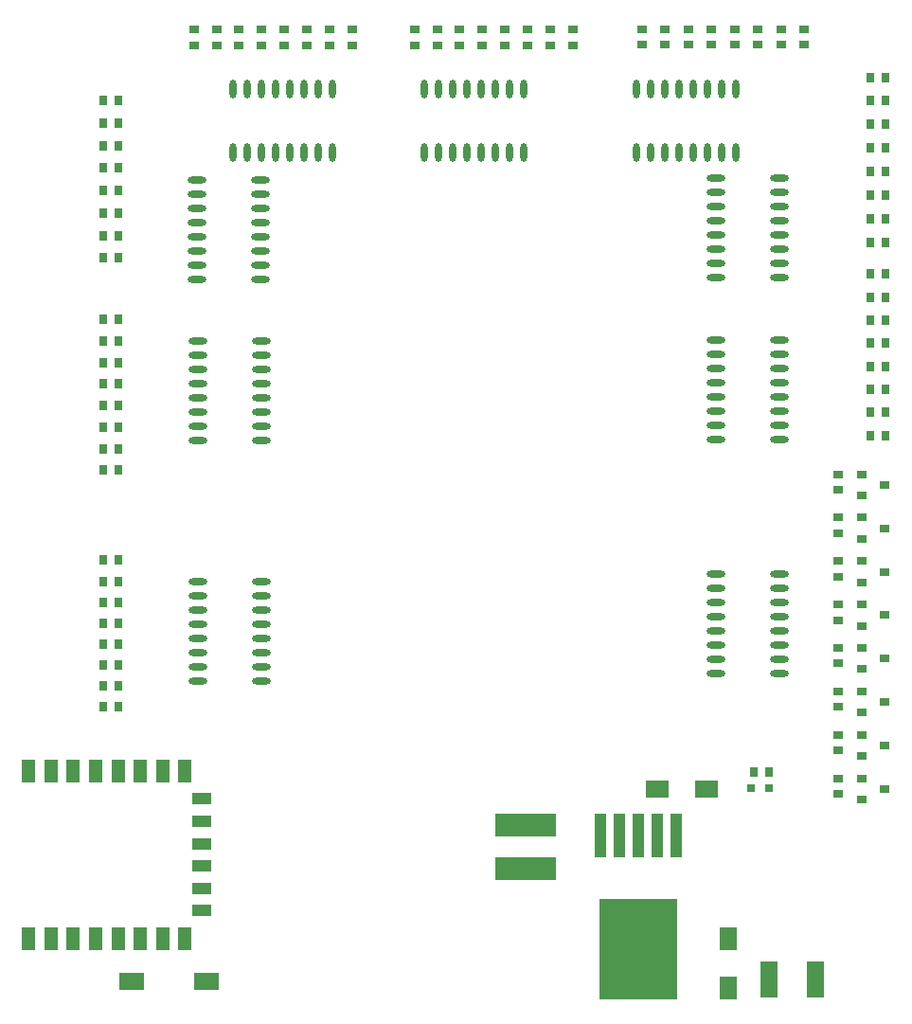
<source format=gtp>
G04*
G04 #@! TF.GenerationSoftware,Altium Limited,Altium Designer,22.7.1 (60)*
G04*
G04 Layer_Color=8421504*
%FSLAX24Y24*%
%MOIN*%
G70*
G04*
G04 #@! TF.SameCoordinates,CA99F4AA-E310-4CAD-8695-46E652682A35*
G04*
G04*
G04 #@! TF.FilePolarity,Positive*
G04*
G01*
G75*
%ADD19R,0.0472X0.0787*%
%ADD20R,0.0669X0.0433*%
%ADD21O,0.0650X0.0236*%
%ADD22R,0.0906X0.0591*%
%ADD23R,0.0394X0.1575*%
%ADD24R,0.2756X0.3543*%
%ADD25R,0.0354X0.0315*%
%ADD26R,0.0374X0.0315*%
%ADD27R,0.0315X0.0315*%
%ADD28R,0.0315X0.0374*%
%ADD29R,0.0610X0.0827*%
%ADD30R,0.0610X0.1264*%
%ADD31R,0.0827X0.0610*%
%ADD32R,0.2165X0.0846*%
%ADD33O,0.0236X0.0650*%
D19*
X24594Y15257D02*
D03*
X25382D02*
D03*
X26169D02*
D03*
X26956D02*
D03*
X27744D02*
D03*
X28531D02*
D03*
X29318D02*
D03*
X30106D02*
D03*
Y21163D02*
D03*
X29318D02*
D03*
X28531D02*
D03*
X27744D02*
D03*
X26956D02*
D03*
X26169D02*
D03*
X25382D02*
D03*
X24594D02*
D03*
D20*
X30696Y16242D02*
D03*
Y17029D02*
D03*
Y17816D02*
D03*
Y18604D02*
D03*
Y19391D02*
D03*
Y20178D02*
D03*
D21*
X51030Y24594D02*
D03*
Y25094D02*
D03*
Y25594D02*
D03*
Y26094D02*
D03*
Y26594D02*
D03*
Y27094D02*
D03*
Y27594D02*
D03*
Y28094D02*
D03*
X48805Y24594D02*
D03*
Y25094D02*
D03*
Y25594D02*
D03*
Y26094D02*
D03*
Y26594D02*
D03*
Y27094D02*
D03*
Y27594D02*
D03*
Y28094D02*
D03*
X30568Y27836D02*
D03*
Y27336D02*
D03*
Y26836D02*
D03*
Y26336D02*
D03*
Y25836D02*
D03*
Y25336D02*
D03*
Y24836D02*
D03*
Y24336D02*
D03*
X32792Y27836D02*
D03*
Y27336D02*
D03*
Y26836D02*
D03*
Y26336D02*
D03*
Y25836D02*
D03*
Y25336D02*
D03*
Y24836D02*
D03*
Y24336D02*
D03*
X48805Y36320D02*
D03*
Y35820D02*
D03*
Y35320D02*
D03*
Y34820D02*
D03*
Y34320D02*
D03*
Y33820D02*
D03*
Y33320D02*
D03*
Y32820D02*
D03*
X51030Y36320D02*
D03*
Y35820D02*
D03*
Y35320D02*
D03*
Y34820D02*
D03*
Y34320D02*
D03*
Y33820D02*
D03*
Y33320D02*
D03*
Y32820D02*
D03*
X30520Y41945D02*
D03*
Y41445D02*
D03*
Y40945D02*
D03*
Y40445D02*
D03*
Y39945D02*
D03*
Y39445D02*
D03*
Y38945D02*
D03*
Y38445D02*
D03*
X32745Y41945D02*
D03*
Y41445D02*
D03*
Y40945D02*
D03*
Y40445D02*
D03*
Y39945D02*
D03*
Y39445D02*
D03*
Y38945D02*
D03*
Y38445D02*
D03*
X30568Y36294D02*
D03*
Y35794D02*
D03*
Y35294D02*
D03*
Y34794D02*
D03*
Y34294D02*
D03*
Y33794D02*
D03*
Y33294D02*
D03*
Y32794D02*
D03*
X32792Y36294D02*
D03*
Y35794D02*
D03*
Y35294D02*
D03*
Y34794D02*
D03*
Y34294D02*
D03*
Y33794D02*
D03*
Y33294D02*
D03*
Y32794D02*
D03*
X48808Y42020D02*
D03*
Y41520D02*
D03*
Y41020D02*
D03*
Y40520D02*
D03*
Y40020D02*
D03*
Y39520D02*
D03*
Y39020D02*
D03*
Y38520D02*
D03*
X51032Y42020D02*
D03*
Y41520D02*
D03*
Y41020D02*
D03*
Y40520D02*
D03*
Y40020D02*
D03*
Y39520D02*
D03*
Y39020D02*
D03*
Y38520D02*
D03*
D22*
X30872Y13740D02*
D03*
X28234D02*
D03*
D23*
X47399Y18876D02*
D03*
X46730D02*
D03*
X46060D02*
D03*
X45391D02*
D03*
X44722D02*
D03*
D24*
X46060Y14884D02*
D03*
D25*
X53942Y30855D02*
D03*
Y31603D02*
D03*
X54729Y31229D02*
D03*
X53942Y29325D02*
D03*
Y30073D02*
D03*
X54729Y29699D02*
D03*
X53942Y27795D02*
D03*
Y28543D02*
D03*
X54729Y28169D02*
D03*
X53942Y26265D02*
D03*
Y27013D02*
D03*
X54729Y26639D02*
D03*
X53942Y24745D02*
D03*
Y25493D02*
D03*
X54729Y25119D02*
D03*
X53942Y23215D02*
D03*
Y23963D02*
D03*
X54729Y23589D02*
D03*
X53942Y21685D02*
D03*
Y22433D02*
D03*
X54729Y22059D02*
D03*
X53942Y20155D02*
D03*
Y20903D02*
D03*
X54729Y20529D02*
D03*
D26*
X53101Y21881D02*
D03*
Y22432D02*
D03*
Y23409D02*
D03*
Y23960D02*
D03*
Y24938D02*
D03*
Y25489D02*
D03*
Y27017D02*
D03*
Y26466D02*
D03*
Y28546D02*
D03*
Y27995D02*
D03*
Y30074D02*
D03*
Y29523D02*
D03*
Y31603D02*
D03*
Y31052D02*
D03*
X35184Y47247D02*
D03*
Y46696D02*
D03*
X35977Y47247D02*
D03*
Y46696D02*
D03*
X33597Y47247D02*
D03*
Y46696D02*
D03*
X34390Y47247D02*
D03*
Y46696D02*
D03*
X30422Y47247D02*
D03*
Y46696D02*
D03*
X32009Y47247D02*
D03*
Y46696D02*
D03*
X31216Y47247D02*
D03*
Y46696D02*
D03*
X32803Y47247D02*
D03*
Y46696D02*
D03*
X40571Y47247D02*
D03*
Y46696D02*
D03*
X42161Y47247D02*
D03*
Y46696D02*
D03*
X43751Y47247D02*
D03*
Y46696D02*
D03*
X38981Y47247D02*
D03*
Y46696D02*
D03*
X53101Y20352D02*
D03*
Y20903D02*
D03*
X47009Y46716D02*
D03*
Y47267D02*
D03*
X46193Y46716D02*
D03*
Y47267D02*
D03*
X51904Y46716D02*
D03*
Y47267D02*
D03*
X50272Y46716D02*
D03*
Y47267D02*
D03*
X49456Y46716D02*
D03*
Y47267D02*
D03*
X47825Y46716D02*
D03*
Y47267D02*
D03*
X48641Y46716D02*
D03*
Y47267D02*
D03*
X51088Y46716D02*
D03*
Y47267D02*
D03*
X38186Y46696D02*
D03*
Y47247D02*
D03*
X39776Y46696D02*
D03*
Y47247D02*
D03*
X41366Y46696D02*
D03*
Y47247D02*
D03*
X42956Y46696D02*
D03*
Y47247D02*
D03*
D27*
X50043Y20540D02*
D03*
X50673D02*
D03*
D28*
X50673Y21124D02*
D03*
X50121D02*
D03*
X27220Y44740D02*
D03*
X27771D02*
D03*
X27220Y43170D02*
D03*
X27771D02*
D03*
X27220Y43963D02*
D03*
X27771D02*
D03*
X27220Y42377D02*
D03*
X27771D02*
D03*
X27220Y40791D02*
D03*
X27771D02*
D03*
X27220Y39999D02*
D03*
X27771D02*
D03*
X27220Y41584D02*
D03*
X27771D02*
D03*
X27220Y39206D02*
D03*
X27771D02*
D03*
X54768Y38645D02*
D03*
X54217D02*
D03*
X27220Y26364D02*
D03*
X27771D02*
D03*
X27220Y25628D02*
D03*
X27771D02*
D03*
X27220Y27100D02*
D03*
X27771D02*
D03*
X27220Y24892D02*
D03*
X27771D02*
D03*
X27220Y28572D02*
D03*
X27771D02*
D03*
X27220Y23420D02*
D03*
X27771D02*
D03*
X27220Y24156D02*
D03*
X27771D02*
D03*
X27220Y36294D02*
D03*
X27771D02*
D03*
X27220Y35535D02*
D03*
X27771D02*
D03*
X27220Y37052D02*
D03*
X27771D02*
D03*
X27220Y32501D02*
D03*
X27771D02*
D03*
X27220Y33259D02*
D03*
X27771D02*
D03*
X27220Y34018D02*
D03*
X27771D02*
D03*
X27220Y31742D02*
D03*
X27771D02*
D03*
X27220Y27836D02*
D03*
X27771D02*
D03*
X27220Y34777D02*
D03*
X27771D02*
D03*
X54217Y32971D02*
D03*
X54768D02*
D03*
X54217Y33781D02*
D03*
X54768D02*
D03*
X54217Y36213D02*
D03*
X54768D02*
D03*
X54217Y37023D02*
D03*
X54768D02*
D03*
X54217Y35402D02*
D03*
X54768D02*
D03*
X54217Y34592D02*
D03*
X54768D02*
D03*
X54217Y37834D02*
D03*
X54768D02*
D03*
X54217Y43907D02*
D03*
X54768D02*
D03*
X54217Y43076D02*
D03*
X54768D02*
D03*
X54217Y39749D02*
D03*
X54768D02*
D03*
X54217Y41412D02*
D03*
X54768D02*
D03*
X54217Y40581D02*
D03*
X54768D02*
D03*
X54217Y42244D02*
D03*
X54768D02*
D03*
Y45570D02*
D03*
X54217D02*
D03*
Y44739D02*
D03*
X54768D02*
D03*
D29*
X49220Y15266D02*
D03*
Y13534D02*
D03*
D30*
X50654Y13819D02*
D03*
X52307D02*
D03*
D31*
X48462Y20529D02*
D03*
X46730D02*
D03*
D32*
X42077Y17735D02*
D03*
Y19250D02*
D03*
D33*
X46010Y42918D02*
D03*
X46510D02*
D03*
X47010D02*
D03*
X47510D02*
D03*
X48010D02*
D03*
X48510D02*
D03*
X49010D02*
D03*
X49510D02*
D03*
X46010Y45142D02*
D03*
X46510D02*
D03*
X47010D02*
D03*
X47510D02*
D03*
X48010D02*
D03*
X48510D02*
D03*
X49010D02*
D03*
X49510D02*
D03*
X38540Y42918D02*
D03*
X39040D02*
D03*
X39540D02*
D03*
X40040D02*
D03*
X40540D02*
D03*
X41040D02*
D03*
X41540D02*
D03*
X42040D02*
D03*
X38540Y45142D02*
D03*
X39040D02*
D03*
X39540D02*
D03*
X40040D02*
D03*
X40540D02*
D03*
X41040D02*
D03*
X41540D02*
D03*
X42040D02*
D03*
X35310D02*
D03*
X34810D02*
D03*
X34310D02*
D03*
X33810D02*
D03*
X33310D02*
D03*
X32810D02*
D03*
X32310D02*
D03*
X31810D02*
D03*
X35310Y42918D02*
D03*
X34810D02*
D03*
X34310D02*
D03*
X33810D02*
D03*
X33310D02*
D03*
X32810D02*
D03*
X32310D02*
D03*
X31810D02*
D03*
M02*

</source>
